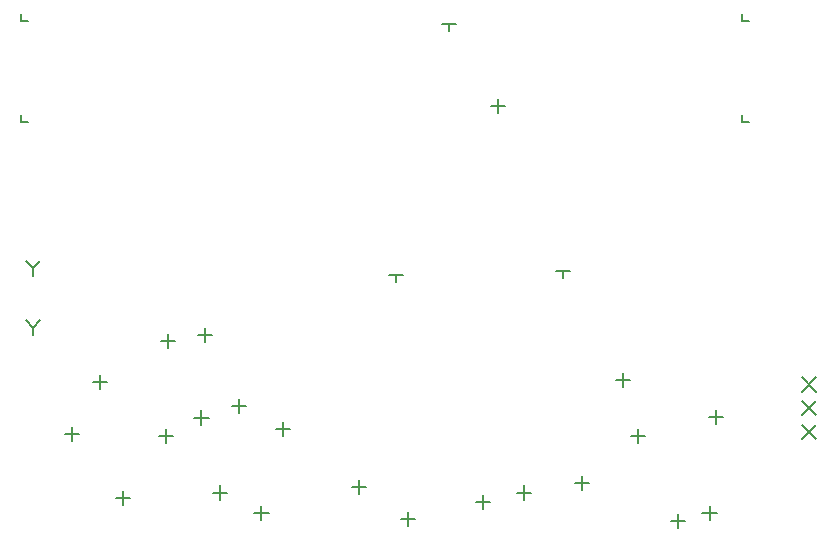
<source format=gbr>
G04 DipTrace 3.2.0.0*
G04 shoulder_mc_pcb_Plated_Through.gbr*
%MOMM*%
G04 #@! TF.FileFunction,Plated,1,2,PTH,Drill*
G04 #@! TF.Part,Single*
G04 Drill Symbols*
G04 D=0.4 - Cross*
G04 D=0.7 - X*
G04 D=0.9 - Y*
G04 D=1 - T*
G04 D=1.1 - V*
G04 D=2 - Clock*
G04 D=3 - Box_Cross*
%ADD10C,0.2*%
%FSLAX35Y35*%
G04*
G71*
G90*
G75*
G01*
X987750Y1996750D2*
D10*
X1047750Y1936750D1*
X1107750Y1996750D1*
X1047750Y1936750D2*
Y1876750D1*
X987750Y2496750D2*
X1047750Y2436750D1*
X1107750Y2496750D1*
X1047750Y2436750D2*
Y2376750D1*
X7562377Y1513500D2*
X7682377Y1393500D1*
Y1513500D2*
X7562377Y1393500D1*
Y1313500D2*
X7682377Y1193500D1*
Y1313500D2*
X7562377Y1193500D1*
Y1113500D2*
X7682377Y993500D1*
Y1113500D2*
X7562377Y993500D1*
X950000Y4590000D2*
Y4530000D1*
X1010000D1*
X950000Y3740000D2*
Y3680000D1*
X1010000D1*
X7050000Y3740000D2*
Y3680000D1*
X7110000D1*
X7050000Y4590000D2*
Y4530000D1*
X7110000D1*
X1619250Y1536377D2*
Y1416377D1*
X1559250Y1476377D2*
X1679250D1*
X6830000Y1240000D2*
Y1120000D1*
X6770000Y1180000D2*
X6890000D1*
X3170000Y1140000D2*
Y1020000D1*
X3110000Y1080000D2*
X3230000D1*
X4222750Y377500D2*
Y257500D1*
X4162750Y317500D2*
X4282750D1*
X6510000Y360000D2*
Y240000D1*
X6450000Y300000D2*
X6570000D1*
X1809560Y552073D2*
Y432073D1*
X1749560Y492073D2*
X1869560D1*
X2984500Y425127D2*
Y305127D1*
X2924500Y365127D2*
X3044500D1*
X6778623Y425127D2*
Y305127D1*
X6718623Y365127D2*
X6838623D1*
X3809600Y647313D2*
Y527313D1*
X3749600Y587313D2*
X3869600D1*
X2794000Y1330000D2*
Y1210000D1*
X2734000Y1270000D2*
X2854000D1*
X6048373Y1552250D2*
Y1432250D1*
X5988373Y1492250D2*
X6108373D1*
X4984750Y3870000D2*
Y3750000D1*
X4924750Y3810000D2*
X5044750D1*
X2174647Y1075893D2*
Y955893D1*
X2114647Y1015893D2*
X2234647D1*
X2190520Y1885433D2*
Y1765433D1*
X2130520Y1825433D2*
X2250520D1*
X1381123Y1091877D2*
Y971877D1*
X1321123Y1031877D2*
X1441123D1*
X4067067Y2381000D2*
X4187067D1*
X4127067D2*
Y2321000D1*
X5479793Y2412747D2*
X5599793D1*
X5539793D2*
Y2352747D1*
X4512000Y4508500D2*
X4632000D1*
X4572000D2*
Y4448500D1*
X2508250Y1933250D2*
Y1813250D1*
X2448250Y1873250D2*
X2568250D1*
X2635250Y599750D2*
Y479750D1*
X2575250Y539750D2*
X2695250D1*
X4857750Y520377D2*
Y400377D1*
X4797750Y460377D2*
X4917750D1*
X5207000Y599750D2*
Y479750D1*
X5147000Y539750D2*
X5267000D1*
X5699123Y679127D2*
Y559127D1*
X5639123Y619127D2*
X5759123D1*
X6175373Y1076000D2*
Y956000D1*
X6115373Y1016000D2*
X6235373D1*
X2476500Y1234750D2*
Y1114750D1*
X2416500Y1174750D2*
X2536500D1*
M02*

</source>
